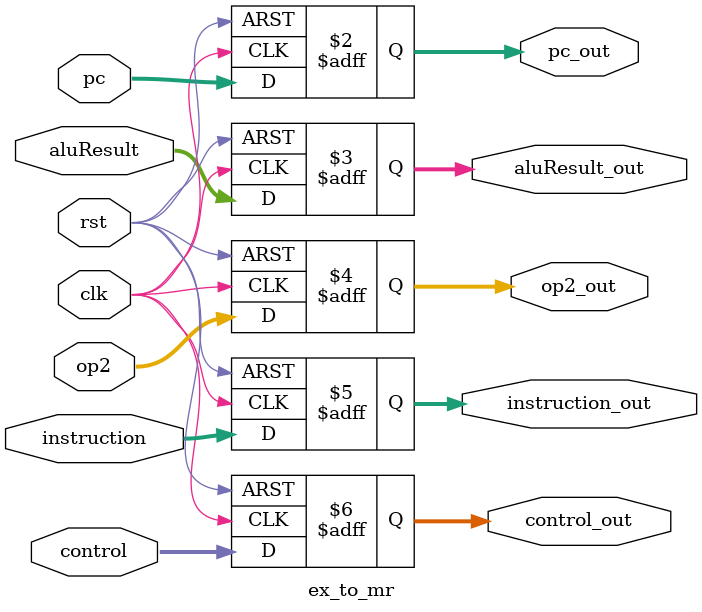
<source format=v>
module ex_to_mr(
    input clk,
    input rst,
    input [31:0] pc,
    input [31:0] aluResult,
    input [31:0] op2,
    input [31:0] instruction,
    input [31:0] control,
    output reg [31:0] pc_out,
    output reg [31:0] aluResult_out,
    output reg [31:0] op2_out,
    output reg [31:0] instruction_out,
    output reg [31:0] control_out
);

    always @(posedge clk or posedge rst)
    begin
        if (rst)
        begin
            pc_out <= 32'b0;
            aluResult_out <= 32'b0;
            op2_out <= 32'b0;
            instruction_out <= 32'b0;
            control_out <= 32'b0;
        end
        else
        begin
            pc_out <= pc;
            aluResult_out <= aluResult;
            op2_out <= op2;
            instruction_out <= instruction;
            control_out <= control;
        end
    end

endmodule

</source>
